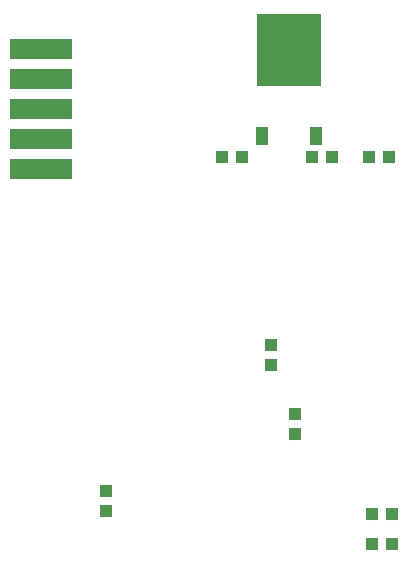
<source format=gtp>
G75*
%MOIN*%
%OFA0B0*%
%FSLAX25Y25*%
%IPPOS*%
%LPD*%
%AMOC8*
5,1,8,0,0,1.08239X$1,22.5*
%
%ADD10R,0.03937X0.04331*%
%ADD11R,0.04331X0.03937*%
%ADD12R,0.21260X0.24409*%
%ADD13R,0.03937X0.06299*%
%ADD14R,0.21000X0.06500*%
D10*
X0085437Y0078902D03*
X0085437Y0085594D03*
X0140752Y0127563D03*
X0140752Y0134256D03*
X0148626Y0111343D03*
X0148626Y0104650D03*
X0174217Y0077996D03*
X0180910Y0077996D03*
X0180910Y0067996D03*
X0174217Y0067996D03*
X0173154Y0196933D03*
X0179847Y0196933D03*
D11*
X0160910Y0196933D03*
X0154217Y0196933D03*
X0130910Y0196933D03*
X0124217Y0196933D03*
D12*
X0146500Y0232839D03*
D13*
X0137524Y0204098D03*
X0155477Y0204098D03*
D14*
X0064000Y0202996D03*
X0064000Y0192996D03*
X0064000Y0212996D03*
X0064000Y0222996D03*
X0064000Y0232996D03*
M02*

</source>
